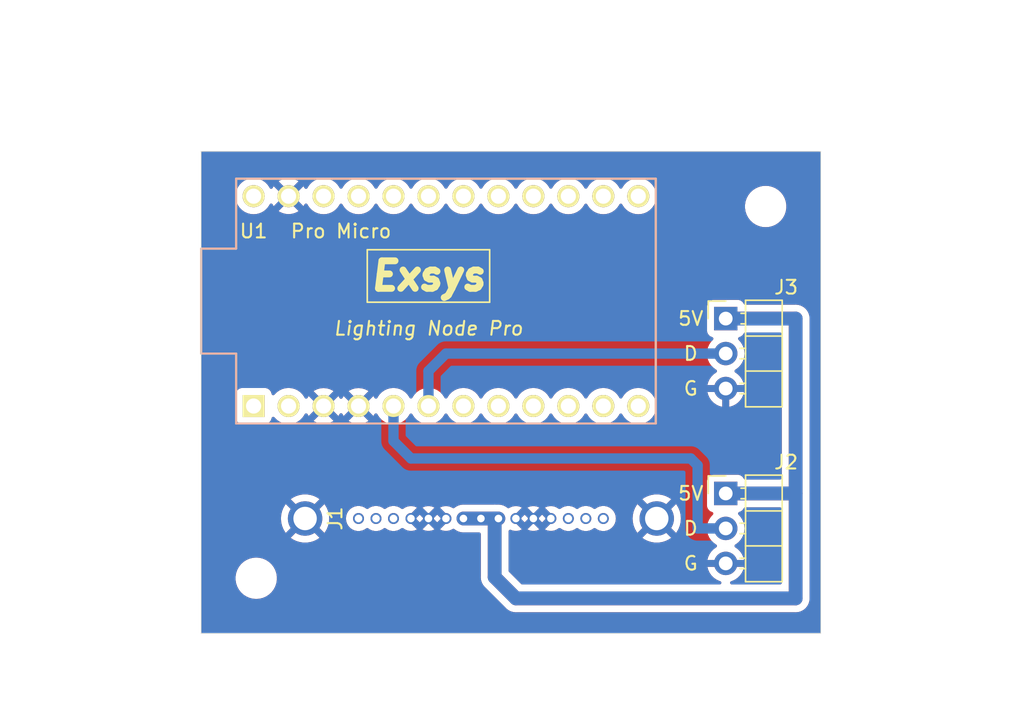
<source format=kicad_pcb>
(kicad_pcb (version 20221018) (generator pcbnew)
  (layers (0 "F.Cu" signal) (31 "B.Cu" signal) (34 "B.Paste" user) (35 "F.Paste" user) (36 "B.SilkS" user "B.Silkscreen") (37 "F.SilkS" user "F.Silkscreen") (38 "B.Mask" user) (39 "F.Mask" user) (44 "Edge.Cuts" user))
  (net 0 "")
  (net 1 "/GND")
  (net 2 "/+5V")
  (net 3 "/D1")
  (net 4 "/D2")
  (footprint "MountingHole:MountingHole_2.5mm" (layer "F.Cu") (at 162.92 79.68)
    (fp_text reference "REF**" hide)
    (fp_text value "MountingHole_2.5mm")
    (pad "" np_thru_hole circle (at 0 0) (size 2.5 2.5) (drill 2.5) (layers "*.Cu" "*.Mask"))
  )
  (footprint "molextest:705530002" (layer "F.Cu") (at 160.02 87.82)
    (fp_text reference "J3" (at 4.385 -2.27) (layer "F.SilkS"))
    (fp_text value "Conn_01x03")
    (fp_line (start -1.27 -1.27) (end 0 -1.27) (stroke (width 0.12)) (layer "F.SilkS"))
    (fp_line (start -1.27 0) (end -1.27 -1.27) (stroke (width 0.12)) (layer "F.SilkS"))
    (fp_line (start 1.042929 2.16) (end 1.44 2.16) (stroke (width 0.12)) (layer "F.SilkS"))
    (fp_line (start 1.042929 2.92) (end 1.44 2.92) (stroke (width 0.12)) (layer "F.SilkS"))
    (fp_line (start 1.042929 4.7) (end 1.44 4.7) (stroke (width 0.12)) (layer "F.SilkS"))
    (fp_line (start 1.042929 5.46) (end 1.44 5.46) (stroke (width 0.12)) (layer "F.SilkS"))
    (fp_line (start 1.11 -0.38) (end 1.44 -0.38) (stroke (width 0.12)) (layer "F.SilkS"))
    (fp_line (start 1.11 0.38) (end 1.44 0.38) (stroke (width 0.12)) (layer "F.SilkS"))
    (fp_line (start 1.44 -1.33) (end 1.44 6.41) (stroke (width 0.12)) (layer "F.SilkS"))
    (fp_line (start 1.44 1.27) (end 4.1 1.27) (stroke (width 0.12)) (layer "F.SilkS"))
    (fp_line (start 1.44 3.81) (end 4.1 3.81) (stroke (width 0.12)) (layer "F.SilkS"))
    (fp_line (start 1.44 6.41) (end 4.1 6.41) (stroke (width 0.12)) (layer "F.SilkS"))
    (fp_line (start 4.1 -1.33) (end 1.44 -1.33) (stroke (width 0.12)) (layer "F.SilkS"))
    (fp_line (start 4.1 6.41) (end 4.1 -1.33) (stroke (width 0.12)) (layer "F.SilkS"))
    (pad "1" thru_hole rect (at 0 0) (size 1.7 1.7) (drill 1) (layers "*.Cu" "*.Mask") (net 2 "/+5V"))
    (pad "2" thru_hole oval (at 0 2.54) (size 1.7 1.7) (drill 1) (layers "*.Cu" "*.Mask") (net 4 "/D2"))
    (pad "3" thru_hole oval (at 0 5.08) (size 1.7 1.7) (drill 1) (layers "*.Cu" "*.Mask") (net 1 "/GND"))
  )
  (footprint "ProMicro:ProMicro" (layer "F.Cu") (at 139.7 86.55)
    (fp_text reference "U1" (at -13.97 -5.08) (layer "F.SilkS"))
    (fp_text value "ProMicro_ProMicro")
    (fp_line (start -17.78 -3.81) (end -15.24 -3.81) (stroke (width 0.15)) (layer "B.SilkS"))
    (fp_line (start -17.78 3.81) (end -17.78 -3.81) (stroke (width 0.15)) (layer "B.SilkS"))
    (fp_line (start -15.24 -8.89) (end 15.24 -8.89) (stroke (width 0.15)) (layer "B.SilkS"))
    (fp_line (start -15.24 -3.81) (end -15.24 -8.89) (stroke (width 0.15)) (layer "B.SilkS"))
    (fp_line (start -15.24 3.81) (end -17.78 3.81) (stroke (width 0.15)) (layer "B.SilkS"))
    (fp_line (start -15.24 8.89) (end -15.24 3.81) (stroke (width 0.15)) (layer "B.SilkS"))
    (fp_line (start 15.24 -8.89) (end 15.24 8.89) (stroke (width 0.15)) (layer "B.SilkS"))
    (fp_line (start 15.24 8.89) (end -15.24 8.89) (stroke (width 0.15)) (layer "B.SilkS"))
    (fp_line (start -17.78 -3.81) (end -15.24 -3.81) (stroke (width 0.15)) (layer "F.SilkS"))
    (fp_line (start -17.78 3.81) (end -17.78 -3.81) (stroke (width 0.15)) (layer "F.SilkS"))
    (fp_line (start -15.24 -8.89) (end 15.24 -8.89) (stroke (width 0.15)) (layer "F.SilkS"))
    (fp_line (start -15.24 -3.81) (end -15.24 -8.89) (stroke (width 0.15)) (layer "F.SilkS"))
    (fp_line (start -15.24 3.81) (end -17.78 3.81) (stroke (width 0.15)) (layer "F.SilkS"))
    (fp_line (start -15.24 8.89) (end -15.24 3.81) (stroke (width 0.15)) (layer "F.SilkS"))
    (fp_line (start -15.24 8.89) (end 15.24 8.89) (stroke (width 0.15)) (layer "F.SilkS"))
    (fp_line (start 15.24 -8.89) (end 15.24 8.89) (stroke (width 0.15)) (layer "F.SilkS"))
    (pad "1" thru_hole rect (at -13.97 7.62) (size 1.6 1.6) (drill 1.1) (layers "*.Cu" "*.Mask" "F.SilkS"))
    (pad "2" thru_hole circle (at -11.43 7.62) (size 1.6 1.6) (drill 1.1) (layers "*.Cu" "*.Mask" "F.SilkS"))
    (pad "3" thru_hole circle (at -8.89 7.62) (size 1.6 1.6) (drill 1.1) (layers "*.Cu" "*.Mask" "F.SilkS") (net 1 "/GND"))
    (pad "4" thru_hole circle (at -6.35 7.62) (size 1.6 1.6) (drill 1.1) (layers "*.Cu" "*.Mask" "F.SilkS") (net 1 "/GND"))
    (pad "5" thru_hole circle (at -3.81 7.62) (size 1.6 1.6) (drill 1.1) (layers "*.Cu" "*.Mask" "F.SilkS") (net 3 "/D1"))
    (pad "6" thru_hole circle (at -1.27 7.62) (size 1.6 1.6) (drill 1.1) (layers "*.Cu" "*.Mask" "F.SilkS") (net 4 "/D2"))
    (pad "7" thru_hole circle (at 1.27 7.62) (size 1.6 1.6) (drill 1.1) (layers "*.Cu" "*.Mask" "F.SilkS"))
    (pad "8" thru_hole circle (at 3.81 7.62) (size 1.6 1.6) (drill 1.1) (layers "*.Cu" "*.Mask" "F.SilkS"))
    (pad "9" thru_hole circle (at 6.35 7.62) (size 1.6 1.6) (drill 1.1) (layers "*.Cu" "*.Mask" "F.SilkS"))
    (pad "10" thru_hole circle (at 8.89 7.62) (size 1.6 1.6) (drill 1.1) (layers "*.Cu" "*.Mask" "F.SilkS"))
    (pad "11" thru_hole circle (at 11.43 7.62) (size 1.6 1.6) (drill 1.1) (layers "*.Cu" "*.Mask" "F.SilkS"))
    (pad "12" thru_hole circle (at 13.97 7.62) (size 1.6 1.6) (drill 1.1) (layers "*.Cu" "*.Mask" "F.SilkS"))
    (pad "13" thru_hole circle (at 13.97 -7.62) (size 1.6 1.6) (drill 1.1) (layers "*.Cu" "*.Mask" "F.SilkS"))
    (pad "14" thru_hole circle (at 11.43 -7.62) (size 1.6 1.6) (drill 1.1) (layers "*.Cu" "*.Mask" "F.SilkS"))
    (pad "15" thru_hole circle (at 8.89 -7.62) (size 1.6 1.6) (drill 1.1) (layers "*.Cu" "*.Mask" "F.SilkS"))
    (pad "16" thru_hole circle (at 6.35 -7.62) (size 1.6 1.6) (drill 1.1) (layers "*.Cu" "*.Mask" "F.SilkS"))
    (pad "17" thru_hole circle (at 3.81 -7.62) (size 1.6 1.6) (drill 1.1) (layers "*.Cu" "*.Mask" "F.SilkS"))
    (pad "18" thru_hole circle (at 1.27 -7.62) (size 1.6 1.6) (drill 1.1) (layers "*.Cu" "*.Mask" "F.SilkS"))
    (pad "19" thru_hole circle (at -1.27 -7.62) (size 1.6 1.6) (drill 1.1) (layers "*.Cu" "*.Mask" "F.SilkS"))
    (pad "20" thru_hole circle (at -3.81 -7.62) (size 1.6 1.6) (drill 1.1) (layers "*.Cu" "*.Mask" "F.SilkS"))
    (pad "21" thru_hole circle (at -6.35 -7.62) (size 1.6 1.6) (drill 1.1) (layers "*.Cu" "*.Mask" "F.SilkS"))
    (pad "22" thru_hole circle (at -8.89 -7.62) (size 1.6 1.6) (drill 1.1) (layers "*.Cu" "*.Mask" "F.SilkS"))
    (pad "23" thru_hole circle (at -11.43 -7.62) (size 1.6 1.6) (drill 1.1) (layers "*.Cu" "*.Mask" "F.SilkS") (net 1 "/GND"))
    (pad "24" thru_hole circle (at -13.97 -7.62) (size 1.6 1.6) (drill 1.1) (layers "*.Cu" "*.Mask" "F.SilkS"))
  )
  (footprint "satatest:satapwrtest" (layer "F.Cu") (at 133.35 102.34 90)
    (fp_text reference "J1" (at 0 -1.695 90) (layer "F.SilkS"))
    (fp_text value "sata15")
    (pad "1" thru_hole circle (at 0 0 90) (size 0.8 0.8) (drill 0.55) (layers "*.Cu" "*.Mask"))
    (pad "2" thru_hole circle (at 0 1.27 90) (size 0.8 0.8) (drill 0.55) (layers "*.Cu" "*.Mask"))
    (pad "3" thru_hole circle (at 0 2.54 90) (size 0.8 0.8) (drill 0.55) (layers "*.Cu" "*.Mask"))
    (pad "4" thru_hole circle (at 0 3.81 90) (size 0.8 0.8) (drill 0.55) (layers "*.Cu" "*.Mask") (net 1 "/GND"))
    (pad "5" thru_hole circle (at 0 5.08 90) (size 0.8 0.8) (drill 0.55) (layers "*.Cu" "*.Mask") (net 1 "/GND"))
    (pad "6" thru_hole circle (at 0 6.35 90) (size 0.8 0.8) (drill 0.55) (layers "*.Cu" "*.Mask") (net 1 "/GND"))
    (pad "7" thru_hole circle (at 0 7.62 90) (size 0.8 0.8) (drill 0.55) (layers "*.Cu" "*.Mask") (net 2 "/+5V"))
    (pad "8" thru_hole circle (at 0 8.89 90) (size 0.8 0.8) (drill 0.55) (layers "*.Cu" "*.Mask") (net 2 "/+5V"))
    (pad "9" thru_hole circle (at 0 10.16 90) (size 0.8 0.8) (drill 0.55) (layers "*.Cu" "*.Mask") (net 2 "/+5V"))
    (pad "10" thru_hole circle (at 0 11.43 90) (size 0.8 0.8) (drill 0.55) (layers "*.Cu" "*.Mask") (net 1 "/GND"))
    (pad "11" thru_hole circle (at 0 12.7 90) (size 0.8 0.8) (drill 0.55) (layers "*.Cu" "*.Mask") (net 1 "/GND"))
    (pad "12" thru_hole circle (at 0 13.97 90) (size 0.8 0.8) (drill 0.55) (layers "*.Cu" "*.Mask") (net 1 "/GND"))
    (pad "13" thru_hole circle (at 0 15.24 90) (size 0.8 0.8) (drill 0.55) (layers "*.Cu" "*.Mask"))
    (pad "14" thru_hole circle (at 0 16.51 90) (size 0.8 0.8) (drill 0.55) (layers "*.Cu" "*.Mask"))
    (pad "15" thru_hole circle (at 0 17.78 90) (size 0.8 0.8) (drill 0.55) (layers "*.Cu" "*.Mask"))
    (pad "16" thru_hole circle (at 0 -3.88 90) (size 2.5 2.5) (drill 1.7) (layers "*.Cu" "*.Mask") (net 1 "/GND"))
    (pad "17" thru_hole circle (at 0 21.66 90) (size 2.5 2.5) (drill 1.7) (layers "*.Cu" "*.Mask") (net 1 "/GND"))
  )
  (footprint "MountingHole:MountingHole_2.5mm" (layer "F.Cu") (at 125.92 106.68)
    (fp_text reference "REF**" hide)
    (fp_text value "MountingHole_2.5mm")
    (pad "" np_thru_hole circle (at 0 0) (size 2.5 2.5) (drill 2.5) (layers "*.Cu" "*.Mask"))
  )
  (footprint "molextest:705530002" (layer "F.Cu") (at 160.02 100.52)
    (fp_text reference "J2" (at 4.385 -2.27) (layer "F.SilkS"))
    (fp_text value "Conn_01x03")
    (fp_line (start -1.27 -1.27) (end 0 -1.27) (stroke (width 0.12)) (layer "F.SilkS"))
    (fp_line (start -1.27 0) (end -1.27 -1.27) (stroke (width 0.12)) (layer "F.SilkS"))
    (fp_line (start 1.042929 2.16) (end 1.44 2.16) (stroke (width 0.12)) (layer "F.SilkS"))
    (fp_line (start 1.042929 2.92) (end 1.44 2.92) (stroke (width 0.12)) (layer "F.SilkS"))
    (fp_line (start 1.042929 4.7) (end 1.44 4.7) (stroke (width 0.12)) (layer "F.SilkS"))
    (fp_line (start 1.042929 5.46) (end 1.44 5.46) (stroke (width 0.12)) (layer "F.SilkS"))
    (fp_line (start 1.11 -0.38) (end 1.44 -0.38) (stroke (width 0.12)) (layer "F.SilkS"))
    (fp_line (start 1.11 0.38) (end 1.44 0.38) (stroke (width 0.12)) (layer "F.SilkS"))
    (fp_line (start 1.44 -1.33) (end 1.44 6.41) (stroke (width 0.12)) (layer "F.SilkS"))
    (fp_line (start 1.44 1.27) (end 4.1 1.27) (stroke (width 0.12)) (layer "F.SilkS"))
    (fp_line (start 1.44 3.81) (end 4.1 3.81) (stroke (width 0.12)) (layer "F.SilkS"))
    (fp_line (start 1.44 6.41) (end 4.1 6.41) (stroke (width 0.12)) (layer "F.SilkS"))
    (fp_line (start 4.1 -1.33) (end 1.44 -1.33) (stroke (width 0.12)) (layer "F.SilkS"))
    (fp_line (start 4.1 6.41) (end 4.1 -1.33) (stroke (width 0.12)) (layer "F.SilkS"))
    (pad "1" thru_hole rect (at 0 0) (size 1.7 1.7) (drill 1) (layers "*.Cu" "*.Mask") (net 2 "/+5V"))
    (pad "2" thru_hole oval (at 0 2.54) (size 1.7 1.7) (drill 1) (layers "*.Cu" "*.Mask") (net 3 "/D1"))
    (pad "3" thru_hole oval (at 0 5.08) (size 1.7 1.7) (drill 1) (layers "*.Cu" "*.Mask") (net 1 "/GND"))
  )
  (gr_line (start 133.985 82.82) (end 133.985 86.63) (stroke (width 0.12)) (layer "F.SilkS"))
  (gr_line (start 133.985 86.63) (end 142.875 86.63) (stroke (width 0.12)) (layer "F.SilkS"))
  (gr_line (start 133.985 82.82) (end 142.875 82.82) (stroke (width 0.12)) (layer "F.SilkS"))
  (gr_line (start 142.875 86.63) (end 142.875 82.82) (stroke (width 0.12)) (layer "F.SilkS"))
  (gr_line (start 166.92 110.68) (end 166.92 75.68) (stroke (width 0.05)) (layer "Edge.Cuts"))
  (gr_line (start 166.92 110.68) (end 121.92 110.68) (stroke (width 0.05)) (layer "Edge.Cuts"))
  (gr_line (start 166.92 75.68) (end 121.92 75.68) (stroke (width 0.05)) (layer "Edge.Cuts"))
  (gr_line (start 121.92 110.68) (end 121.92 75.68) (stroke (width 0.05)) (layer "Edge.Cuts"))
  (gr_text "5V" (at 157.48 87.82) (layer "F.SilkS") (effects (font (size 1 1))))
  (gr_text "D" (at 157.48 90.36) (layer "F.SilkS") (effects (font (size 1 1))))
  (gr_text "G" (at 157.48 105.6) (layer "F.SilkS") (effects (font (size 1 1))))
  (gr_text "D" (at 157.48 103.06) (layer "F.SilkS") (effects (font (size 1 1))))
  (gr_text "Pro Micro" (at 132.08 81.47) (layer "F.SilkS") (effects (font (size 1 1))))
  (gr_text "G" (at 157.48 92.9) (layer "F.SilkS") (effects (font (size 1 1))))
  (gr_text "5V" (at 157.48 100.52) (layer "F.SilkS") (effects (font (size 1 1))))
  (gr_text "Lighting Node Pro" (at 138.43 88.535) (layer "F.SilkS") (effects (font (size 1 1) (thickness 0.15) italic)))
  (gr_text "Exsys" (at 138.43 84.725) (layer "F.SilkS") (effects (font (size 2 2) (thickness 0.5) italic)))
  (segment (start 143.24 106.6) (end 144.78 108.14) (width 1) (layer "F.Cu") (net 2))
  (segment (start 143.51 102.34) (end 140.97 102.34) (width 1) (layer "F.Cu") (net 2))
  (segment (start 143.24 102.34) (end 143.24 106.6) (width 1) (layer "F.Cu") (net 2))
  (segment (start 144.78 108.14) (end 165.1 108.14) (width 1) (layer "F.Cu") (net 2))
  (segment (start 160.02 100.52) (end 165.1 100.52) (width 1) (layer "F.Cu") (net 2))
  (segment (start 165.1 87.82) (end 160.02 87.82) (width 1) (layer "F.Cu") (net 2))
  (segment (start 165.1 108.14) (end 165.1 87.82) (width 1) (layer "F.Cu") (net 2))
  (segment (start 143.24 106.6) (end 144.78 108.14) (width 1) (layer "B.Cu") (net 2))
  (segment (start 160.02 100.52) (end 165.1 100.52) (width 1) (layer "B.Cu") (net 2))
  (segment (start 143.51 102.34) (end 140.97 102.34) (width 1) (layer "B.Cu") (net 2))
  (segment (start 144.78 108.14) (end 165.1 108.14) (width 1) (layer "B.Cu") (net 2))
  (segment (start 165.1 87.82) (end 160.02 87.82) (width 1) (layer "B.Cu") (net 2))
  (segment (start 143.24 102.34) (end 143.24 106.6) (width 1) (layer "B.Cu") (net 2))
  (segment (start 165.1 108.14) (end 165.1 87.82) (width 1) (layer "B.Cu") (net 2))
  (segment (start 137.16 97.98) (end 157.48 97.98) (width 0.75) (layer "B.Cu") (net 3))
  (segment (start 157.98 103.06) (end 160.02 103.06) (width 0.75) (layer "B.Cu") (net 3))
  (segment (start 135.89 96.71) (end 137.16 97.98) (width 0.75) (layer "B.Cu") (net 3))
  (segment (start 135.89 94.17) (end 135.89 96.71) (width 0.75) (layer "B.Cu") (net 3))
  (segment (start 157.98 98.48) (end 157.98 103.06) (width 0.75) (layer "B.Cu") (net 3))
  (segment (start 157.48 97.98) (end 157.98 98.48) (width 0.75) (layer "B.Cu") (net 3))
  (segment (start 139.7 90.36) (end 160.02 90.36) (width 0.75) (layer "B.Cu") (net 4))
  (segment (start 138.43 91.63) (end 139.7 90.36) (width 0.75) (layer "B.Cu") (net 4))
  (segment (start 138.43 94.17) (end 138.43 91.63) (width 0.75) (layer "B.Cu") (net 4))
  (zone (net 1) (net_name "/GND") (layer "F.Cu") (name "gnd") (connect_pads (clearance 0.508)) (min_thickness 0.25) (fill yes (thermal_gap 0.5) (thermal_bridge_width 0.5))
    (polygon (pts (xy 166.92 75.68) (xy 166.92 110.68) (xy 121.92 110.68) (xy 121.92 75.68)))
  )
  (zone (net 1) (net_name "/GND") (layer "B.Cu") (name "gnd") (connect_pads (clearance 0.508)) (min_thickness 0.25) (fill yes (thermal_gap 0.5) (thermal_bridge_width 0.5))
    (polygon (pts (xy 166.92 75.68) (xy 166.92 110.68) (xy 121.92 110.68) (xy 121.92 75.68)))
  )
)
</source>
